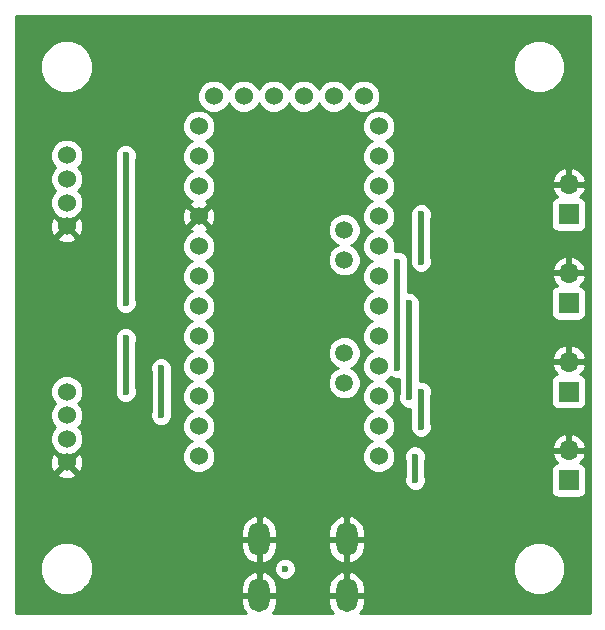
<source format=gbl>
G04 #@! TF.FileFunction,Copper,L2,Bot,Signal*
%FSLAX46Y46*%
G04 Gerber Fmt 4.6, Leading zero omitted, Abs format (unit mm)*
G04 Created by KiCad (PCBNEW 4.0.7) date 12/17/17 19:14:42*
%MOMM*%
%LPD*%
G01*
G04 APERTURE LIST*
%ADD10C,0.100000*%
%ADD11C,1.524000*%
%ADD12R,1.700000X1.700000*%
%ADD13O,1.700000X1.700000*%
%ADD14O,1.800000X2.900000*%
%ADD15C,1.500000*%
%ADD16C,0.600000*%
%ADD17C,0.500000*%
%ADD18C,0.254000*%
G04 APERTURE END LIST*
D10*
D11*
X55000000Y-62500000D03*
X55000000Y-64500000D03*
X55000000Y-66500000D03*
X55000000Y-68500000D03*
X55000000Y-82500000D03*
X55000000Y-84500000D03*
X55000000Y-86500000D03*
X55000000Y-88500000D03*
D12*
X97500000Y-67500000D03*
D13*
X97500000Y-64960000D03*
D12*
X97500000Y-75000000D03*
D13*
X97500000Y-72460000D03*
D12*
X97500000Y-82500000D03*
D13*
X97500000Y-79960000D03*
D12*
X97500000Y-90000000D03*
D13*
X97500000Y-87460000D03*
D14*
X71300000Y-95000000D03*
X78700000Y-95000000D03*
X78700000Y-99750000D03*
X71300000Y-99750000D03*
D11*
X67460000Y-57500000D03*
X70000000Y-57500000D03*
X72540000Y-57500000D03*
X75080000Y-57500000D03*
X77620000Y-57500000D03*
X80160000Y-57500000D03*
X66190000Y-60040000D03*
X66190000Y-62580000D03*
X66190000Y-65120000D03*
X66190000Y-67660000D03*
X66190000Y-70200000D03*
X66190000Y-72740000D03*
X66190000Y-75280000D03*
X66190000Y-77820000D03*
X66190000Y-80360000D03*
X66190000Y-82900000D03*
X66190000Y-85440000D03*
X66190000Y-87980000D03*
X81430000Y-60040000D03*
X81430000Y-62580000D03*
X81430000Y-65120000D03*
X81430000Y-67660000D03*
X81430000Y-70200000D03*
X81430000Y-72740000D03*
X81430000Y-75280000D03*
X81430000Y-77820000D03*
X81430000Y-80360000D03*
X81430000Y-82900000D03*
X81430000Y-85440000D03*
X81430000Y-87980000D03*
D15*
X78509000Y-68803000D03*
X78509000Y-71343000D03*
X78509000Y-79217000D03*
X78509000Y-81757000D03*
D16*
X60000000Y-75000000D03*
X60000000Y-62500000D03*
X73500000Y-97500000D03*
X76500000Y-97500000D03*
X60000000Y-78000000D03*
X60000000Y-82500000D03*
X63000000Y-80500000D03*
X63000000Y-84500000D03*
X83000000Y-80500000D03*
X83000000Y-71500000D03*
X85000000Y-71500000D03*
X85000000Y-67500000D03*
X84000000Y-83000000D03*
X84000000Y-75000000D03*
X85000000Y-85500000D03*
X85000000Y-82500000D03*
X84500000Y-88000000D03*
X84500000Y-90000000D03*
D17*
X60000000Y-62500000D02*
X60000000Y-75000000D01*
X60000000Y-82500000D02*
X60000000Y-78000000D01*
X63000000Y-84500000D02*
X63000000Y-80500000D01*
X83000000Y-71500000D02*
X83000000Y-80500000D01*
X85000000Y-67500000D02*
X85000000Y-71500000D01*
X84000000Y-75000000D02*
X84000000Y-83000000D01*
X85000000Y-82500000D02*
X85000000Y-85500000D01*
X84500000Y-90000000D02*
X84500000Y-88000000D01*
D18*
G36*
X99290000Y-101290000D02*
X79842823Y-101290000D01*
X80069554Y-101004752D01*
X80235000Y-100427000D01*
X80235000Y-99877000D01*
X78827000Y-99877000D01*
X78827000Y-99897000D01*
X78573000Y-99897000D01*
X78573000Y-99877000D01*
X77165000Y-99877000D01*
X77165000Y-100427000D01*
X77330446Y-101004752D01*
X77557177Y-101290000D01*
X72442823Y-101290000D01*
X72669554Y-101004752D01*
X72835000Y-100427000D01*
X72835000Y-99877000D01*
X71427000Y-99877000D01*
X71427000Y-99897000D01*
X71173000Y-99897000D01*
X71173000Y-99877000D01*
X69765000Y-99877000D01*
X69765000Y-100427000D01*
X69930446Y-101004752D01*
X70157177Y-101290000D01*
X50710000Y-101290000D01*
X50710000Y-97942619D01*
X52764613Y-97942619D01*
X53104155Y-98764372D01*
X53732321Y-99393636D01*
X54553481Y-99734611D01*
X55442619Y-99735387D01*
X56264372Y-99395845D01*
X56587781Y-99073000D01*
X69765000Y-99073000D01*
X69765000Y-99623000D01*
X71173000Y-99623000D01*
X71173000Y-97829622D01*
X71427000Y-97829622D01*
X71427000Y-99623000D01*
X72835000Y-99623000D01*
X72835000Y-99073000D01*
X77165000Y-99073000D01*
X77165000Y-99623000D01*
X78573000Y-99623000D01*
X78573000Y-97829622D01*
X78827000Y-97829622D01*
X78827000Y-99623000D01*
X80235000Y-99623000D01*
X80235000Y-99073000D01*
X80069554Y-98495248D01*
X79695606Y-98024788D01*
X79547494Y-97942619D01*
X92764613Y-97942619D01*
X93104155Y-98764372D01*
X93732321Y-99393636D01*
X94553481Y-99734611D01*
X95442619Y-99735387D01*
X96264372Y-99395845D01*
X96893636Y-98767679D01*
X97234611Y-97946519D01*
X97235387Y-97057381D01*
X96895845Y-96235628D01*
X96267679Y-95606364D01*
X95446519Y-95265389D01*
X94557381Y-95264613D01*
X93735628Y-95604155D01*
X93106364Y-96232321D01*
X92765389Y-97053481D01*
X92764613Y-97942619D01*
X79547494Y-97942619D01*
X79170086Y-97733244D01*
X79064740Y-97708964D01*
X78827000Y-97829622D01*
X78573000Y-97829622D01*
X78335260Y-97708964D01*
X78229914Y-97733244D01*
X77704394Y-98024788D01*
X77330446Y-98495248D01*
X77165000Y-99073000D01*
X72835000Y-99073000D01*
X72669554Y-98495248D01*
X72295606Y-98024788D01*
X71770086Y-97733244D01*
X71664740Y-97708964D01*
X71427000Y-97829622D01*
X71173000Y-97829622D01*
X70935260Y-97708964D01*
X70829914Y-97733244D01*
X70304394Y-98024788D01*
X69930446Y-98495248D01*
X69765000Y-99073000D01*
X56587781Y-99073000D01*
X56893636Y-98767679D01*
X57234611Y-97946519D01*
X57234839Y-97685167D01*
X72564838Y-97685167D01*
X72706883Y-98028943D01*
X72969673Y-98292192D01*
X73313201Y-98434838D01*
X73685167Y-98435162D01*
X74028943Y-98293117D01*
X74292192Y-98030327D01*
X74434838Y-97686799D01*
X74435162Y-97314833D01*
X74293117Y-96971057D01*
X74030327Y-96707808D01*
X73686799Y-96565162D01*
X73314833Y-96564838D01*
X72971057Y-96706883D01*
X72707808Y-96969673D01*
X72565162Y-97313201D01*
X72564838Y-97685167D01*
X57234839Y-97685167D01*
X57235387Y-97057381D01*
X56895845Y-96235628D01*
X56267679Y-95606364D01*
X55446519Y-95265389D01*
X54557381Y-95264613D01*
X53735628Y-95604155D01*
X53106364Y-96232321D01*
X52765389Y-97053481D01*
X52764613Y-97942619D01*
X50710000Y-97942619D01*
X50710000Y-95127000D01*
X69765000Y-95127000D01*
X69765000Y-95677000D01*
X69930446Y-96254752D01*
X70304394Y-96725212D01*
X70829914Y-97016756D01*
X70935260Y-97041036D01*
X71173000Y-96920378D01*
X71173000Y-95127000D01*
X71427000Y-95127000D01*
X71427000Y-96920378D01*
X71664740Y-97041036D01*
X71770086Y-97016756D01*
X72295606Y-96725212D01*
X72669554Y-96254752D01*
X72835000Y-95677000D01*
X72835000Y-95127000D01*
X77165000Y-95127000D01*
X77165000Y-95677000D01*
X77330446Y-96254752D01*
X77704394Y-96725212D01*
X78229914Y-97016756D01*
X78335260Y-97041036D01*
X78573000Y-96920378D01*
X78573000Y-95127000D01*
X78827000Y-95127000D01*
X78827000Y-96920378D01*
X79064740Y-97041036D01*
X79170086Y-97016756D01*
X79695606Y-96725212D01*
X80069554Y-96254752D01*
X80235000Y-95677000D01*
X80235000Y-95127000D01*
X78827000Y-95127000D01*
X78573000Y-95127000D01*
X77165000Y-95127000D01*
X72835000Y-95127000D01*
X71427000Y-95127000D01*
X71173000Y-95127000D01*
X69765000Y-95127000D01*
X50710000Y-95127000D01*
X50710000Y-94323000D01*
X69765000Y-94323000D01*
X69765000Y-94873000D01*
X71173000Y-94873000D01*
X71173000Y-93079622D01*
X71427000Y-93079622D01*
X71427000Y-94873000D01*
X72835000Y-94873000D01*
X72835000Y-94323000D01*
X77165000Y-94323000D01*
X77165000Y-94873000D01*
X78573000Y-94873000D01*
X78573000Y-93079622D01*
X78827000Y-93079622D01*
X78827000Y-94873000D01*
X80235000Y-94873000D01*
X80235000Y-94323000D01*
X80069554Y-93745248D01*
X79695606Y-93274788D01*
X79170086Y-92983244D01*
X79064740Y-92958964D01*
X78827000Y-93079622D01*
X78573000Y-93079622D01*
X78335260Y-92958964D01*
X78229914Y-92983244D01*
X77704394Y-93274788D01*
X77330446Y-93745248D01*
X77165000Y-94323000D01*
X72835000Y-94323000D01*
X72669554Y-93745248D01*
X72295606Y-93274788D01*
X71770086Y-92983244D01*
X71664740Y-92958964D01*
X71427000Y-93079622D01*
X71173000Y-93079622D01*
X70935260Y-92958964D01*
X70829914Y-92983244D01*
X70304394Y-93274788D01*
X69930446Y-93745248D01*
X69765000Y-94323000D01*
X50710000Y-94323000D01*
X50710000Y-89480213D01*
X54199392Y-89480213D01*
X54268857Y-89722397D01*
X54792302Y-89909144D01*
X55347368Y-89881362D01*
X55731143Y-89722397D01*
X55800608Y-89480213D01*
X55000000Y-88679605D01*
X54199392Y-89480213D01*
X50710000Y-89480213D01*
X50710000Y-88292302D01*
X53590856Y-88292302D01*
X53618638Y-88847368D01*
X53777603Y-89231143D01*
X54019787Y-89300608D01*
X54820395Y-88500000D01*
X55179605Y-88500000D01*
X55980213Y-89300608D01*
X56222397Y-89231143D01*
X56409144Y-88707698D01*
X56381362Y-88152632D01*
X56222397Y-87768857D01*
X55980213Y-87699392D01*
X55179605Y-88500000D01*
X54820395Y-88500000D01*
X54019787Y-87699392D01*
X53777603Y-87768857D01*
X53590856Y-88292302D01*
X50710000Y-88292302D01*
X50710000Y-82776661D01*
X53602758Y-82776661D01*
X53814990Y-83290303D01*
X54024342Y-83500021D01*
X53816371Y-83707630D01*
X53603243Y-84220900D01*
X53602758Y-84776661D01*
X53814990Y-85290303D01*
X54024342Y-85500021D01*
X53816371Y-85707630D01*
X53603243Y-86220900D01*
X53602758Y-86776661D01*
X53814990Y-87290303D01*
X54207630Y-87683629D01*
X54473727Y-87794122D01*
X55000000Y-88320395D01*
X55526302Y-87794093D01*
X55790303Y-87685010D01*
X56183629Y-87292370D01*
X56396757Y-86779100D01*
X56397242Y-86223339D01*
X56185010Y-85709697D01*
X55975658Y-85499979D01*
X56183629Y-85292370D01*
X56396757Y-84779100D01*
X56397242Y-84223339D01*
X56185010Y-83709697D01*
X55975658Y-83499979D01*
X56183629Y-83292370D01*
X56396757Y-82779100D01*
X56397242Y-82223339D01*
X56185010Y-81709697D01*
X55792370Y-81316371D01*
X55279100Y-81103243D01*
X54723339Y-81102758D01*
X54209697Y-81314990D01*
X53816371Y-81707630D01*
X53603243Y-82220900D01*
X53602758Y-82776661D01*
X50710000Y-82776661D01*
X50710000Y-78185167D01*
X59064838Y-78185167D01*
X59115000Y-78306569D01*
X59115000Y-82193178D01*
X59065162Y-82313201D01*
X59064838Y-82685167D01*
X59206883Y-83028943D01*
X59469673Y-83292192D01*
X59813201Y-83434838D01*
X60185167Y-83435162D01*
X60528943Y-83293117D01*
X60792192Y-83030327D01*
X60934838Y-82686799D01*
X60935162Y-82314833D01*
X60885000Y-82193431D01*
X60885000Y-80685167D01*
X62064838Y-80685167D01*
X62115000Y-80806569D01*
X62115000Y-84193178D01*
X62065162Y-84313201D01*
X62064838Y-84685167D01*
X62206883Y-85028943D01*
X62469673Y-85292192D01*
X62813201Y-85434838D01*
X63185167Y-85435162D01*
X63528943Y-85293117D01*
X63792192Y-85030327D01*
X63934838Y-84686799D01*
X63935162Y-84314833D01*
X63885000Y-84193431D01*
X63885000Y-80806822D01*
X63934838Y-80686799D01*
X63935162Y-80314833D01*
X63793117Y-79971057D01*
X63530327Y-79707808D01*
X63186799Y-79565162D01*
X62814833Y-79564838D01*
X62471057Y-79706883D01*
X62207808Y-79969673D01*
X62065162Y-80313201D01*
X62064838Y-80685167D01*
X60885000Y-80685167D01*
X60885000Y-78306822D01*
X60934838Y-78186799D01*
X60935162Y-77814833D01*
X60793117Y-77471057D01*
X60530327Y-77207808D01*
X60186799Y-77065162D01*
X59814833Y-77064838D01*
X59471057Y-77206883D01*
X59207808Y-77469673D01*
X59065162Y-77813201D01*
X59064838Y-78185167D01*
X50710000Y-78185167D01*
X50710000Y-69480213D01*
X54199392Y-69480213D01*
X54268857Y-69722397D01*
X54792302Y-69909144D01*
X55347368Y-69881362D01*
X55731143Y-69722397D01*
X55800608Y-69480213D01*
X55000000Y-68679605D01*
X54199392Y-69480213D01*
X50710000Y-69480213D01*
X50710000Y-68292302D01*
X53590856Y-68292302D01*
X53618638Y-68847368D01*
X53777603Y-69231143D01*
X54019787Y-69300608D01*
X54820395Y-68500000D01*
X55179605Y-68500000D01*
X55980213Y-69300608D01*
X56222397Y-69231143D01*
X56409144Y-68707698D01*
X56381362Y-68152632D01*
X56222397Y-67768857D01*
X55980213Y-67699392D01*
X55179605Y-68500000D01*
X54820395Y-68500000D01*
X54019787Y-67699392D01*
X53777603Y-67768857D01*
X53590856Y-68292302D01*
X50710000Y-68292302D01*
X50710000Y-62776661D01*
X53602758Y-62776661D01*
X53814990Y-63290303D01*
X54024342Y-63500021D01*
X53816371Y-63707630D01*
X53603243Y-64220900D01*
X53602758Y-64776661D01*
X53814990Y-65290303D01*
X54024342Y-65500021D01*
X53816371Y-65707630D01*
X53603243Y-66220900D01*
X53602758Y-66776661D01*
X53814990Y-67290303D01*
X54207630Y-67683629D01*
X54473727Y-67794122D01*
X55000000Y-68320395D01*
X55526302Y-67794093D01*
X55790303Y-67685010D01*
X56183629Y-67292370D01*
X56396757Y-66779100D01*
X56397242Y-66223339D01*
X56185010Y-65709697D01*
X55975658Y-65499979D01*
X56183629Y-65292370D01*
X56396757Y-64779100D01*
X56397242Y-64223339D01*
X56185010Y-63709697D01*
X55975658Y-63499979D01*
X56183629Y-63292370D01*
X56396757Y-62779100D01*
X56396838Y-62685167D01*
X59064838Y-62685167D01*
X59115000Y-62806569D01*
X59115000Y-74693178D01*
X59065162Y-74813201D01*
X59064838Y-75185167D01*
X59206883Y-75528943D01*
X59469673Y-75792192D01*
X59813201Y-75934838D01*
X60185167Y-75935162D01*
X60528943Y-75793117D01*
X60792192Y-75530327D01*
X60934838Y-75186799D01*
X60935162Y-74814833D01*
X60885000Y-74693431D01*
X60885000Y-70476661D01*
X64792758Y-70476661D01*
X65004990Y-70990303D01*
X65397630Y-71383629D01*
X65605512Y-71469949D01*
X65399697Y-71554990D01*
X65006371Y-71947630D01*
X64793243Y-72460900D01*
X64792758Y-73016661D01*
X65004990Y-73530303D01*
X65397630Y-73923629D01*
X65605512Y-74009949D01*
X65399697Y-74094990D01*
X65006371Y-74487630D01*
X64793243Y-75000900D01*
X64792758Y-75556661D01*
X65004990Y-76070303D01*
X65397630Y-76463629D01*
X65605512Y-76549949D01*
X65399697Y-76634990D01*
X65006371Y-77027630D01*
X64793243Y-77540900D01*
X64792758Y-78096661D01*
X65004990Y-78610303D01*
X65397630Y-79003629D01*
X65605512Y-79089949D01*
X65399697Y-79174990D01*
X65006371Y-79567630D01*
X64793243Y-80080900D01*
X64792758Y-80636661D01*
X65004990Y-81150303D01*
X65397630Y-81543629D01*
X65605512Y-81629949D01*
X65399697Y-81714990D01*
X65006371Y-82107630D01*
X64793243Y-82620900D01*
X64792758Y-83176661D01*
X65004990Y-83690303D01*
X65397630Y-84083629D01*
X65605512Y-84169949D01*
X65399697Y-84254990D01*
X65006371Y-84647630D01*
X64793243Y-85160900D01*
X64792758Y-85716661D01*
X65004990Y-86230303D01*
X65397630Y-86623629D01*
X65605512Y-86709949D01*
X65399697Y-86794990D01*
X65006371Y-87187630D01*
X64793243Y-87700900D01*
X64792758Y-88256661D01*
X65004990Y-88770303D01*
X65397630Y-89163629D01*
X65910900Y-89376757D01*
X66466661Y-89377242D01*
X66980303Y-89165010D01*
X67373629Y-88772370D01*
X67586757Y-88259100D01*
X67587242Y-87703339D01*
X67375010Y-87189697D01*
X66982370Y-86796371D01*
X66774488Y-86710051D01*
X66980303Y-86625010D01*
X67373629Y-86232370D01*
X67586757Y-85719100D01*
X67587242Y-85163339D01*
X67375010Y-84649697D01*
X66982370Y-84256371D01*
X66774488Y-84170051D01*
X66980303Y-84085010D01*
X67373629Y-83692370D01*
X67586757Y-83179100D01*
X67587242Y-82623339D01*
X67375010Y-82109697D01*
X66982370Y-81716371D01*
X66774488Y-81630051D01*
X66980303Y-81545010D01*
X67373629Y-81152370D01*
X67586757Y-80639100D01*
X67587242Y-80083339D01*
X67375010Y-79569697D01*
X67296735Y-79491285D01*
X77123760Y-79491285D01*
X77334169Y-80000515D01*
X77723436Y-80390461D01*
X77955870Y-80486976D01*
X77725485Y-80582169D01*
X77335539Y-80971436D01*
X77124241Y-81480298D01*
X77123760Y-82031285D01*
X77334169Y-82540515D01*
X77723436Y-82930461D01*
X78232298Y-83141759D01*
X78783285Y-83142240D01*
X79292515Y-82931831D01*
X79682461Y-82542564D01*
X79893759Y-82033702D01*
X79894240Y-81482715D01*
X79683831Y-80973485D01*
X79294564Y-80583539D01*
X79062130Y-80487024D01*
X79292515Y-80391831D01*
X79682461Y-80002564D01*
X79893759Y-79493702D01*
X79894240Y-78942715D01*
X79683831Y-78433485D01*
X79294564Y-78043539D01*
X78785702Y-77832241D01*
X78234715Y-77831760D01*
X77725485Y-78042169D01*
X77335539Y-78431436D01*
X77124241Y-78940298D01*
X77123760Y-79491285D01*
X67296735Y-79491285D01*
X66982370Y-79176371D01*
X66774488Y-79090051D01*
X66980303Y-79005010D01*
X67373629Y-78612370D01*
X67586757Y-78099100D01*
X67587242Y-77543339D01*
X67375010Y-77029697D01*
X66982370Y-76636371D01*
X66774488Y-76550051D01*
X66980303Y-76465010D01*
X67373629Y-76072370D01*
X67586757Y-75559100D01*
X67587242Y-75003339D01*
X67375010Y-74489697D01*
X66982370Y-74096371D01*
X66774488Y-74010051D01*
X66980303Y-73925010D01*
X67373629Y-73532370D01*
X67586757Y-73019100D01*
X67587242Y-72463339D01*
X67375010Y-71949697D01*
X66982370Y-71556371D01*
X66774488Y-71470051D01*
X66980303Y-71385010D01*
X67373629Y-70992370D01*
X67586757Y-70479100D01*
X67587242Y-69923339D01*
X67375010Y-69409697D01*
X67043178Y-69077285D01*
X77123760Y-69077285D01*
X77334169Y-69586515D01*
X77723436Y-69976461D01*
X77955870Y-70072976D01*
X77725485Y-70168169D01*
X77335539Y-70557436D01*
X77124241Y-71066298D01*
X77123760Y-71617285D01*
X77334169Y-72126515D01*
X77723436Y-72516461D01*
X78232298Y-72727759D01*
X78783285Y-72728240D01*
X79292515Y-72517831D01*
X79682461Y-72128564D01*
X79893759Y-71619702D01*
X79894240Y-71068715D01*
X79683831Y-70559485D01*
X79294564Y-70169539D01*
X79062130Y-70073024D01*
X79292515Y-69977831D01*
X79682461Y-69588564D01*
X79893759Y-69079702D01*
X79894240Y-68528715D01*
X79683831Y-68019485D01*
X79294564Y-67629539D01*
X78785702Y-67418241D01*
X78234715Y-67417760D01*
X77725485Y-67628169D01*
X77335539Y-68017436D01*
X77124241Y-68526298D01*
X77123760Y-69077285D01*
X67043178Y-69077285D01*
X66982370Y-69016371D01*
X66790273Y-68936605D01*
X66921143Y-68882397D01*
X66990608Y-68640213D01*
X66190000Y-67839605D01*
X65389392Y-68640213D01*
X65458857Y-68882397D01*
X65599318Y-68932509D01*
X65399697Y-69014990D01*
X65006371Y-69407630D01*
X64793243Y-69920900D01*
X64792758Y-70476661D01*
X60885000Y-70476661D01*
X60885000Y-67452302D01*
X64780856Y-67452302D01*
X64808638Y-68007368D01*
X64967603Y-68391143D01*
X65209787Y-68460608D01*
X66010395Y-67660000D01*
X66369605Y-67660000D01*
X67170213Y-68460608D01*
X67412397Y-68391143D01*
X67599144Y-67867698D01*
X67571362Y-67312632D01*
X67412397Y-66928857D01*
X67170213Y-66859392D01*
X66369605Y-67660000D01*
X66010395Y-67660000D01*
X65209787Y-66859392D01*
X64967603Y-66928857D01*
X64780856Y-67452302D01*
X60885000Y-67452302D01*
X60885000Y-62806822D01*
X60934838Y-62686799D01*
X60935162Y-62314833D01*
X60793117Y-61971057D01*
X60530327Y-61707808D01*
X60186799Y-61565162D01*
X59814833Y-61564838D01*
X59471057Y-61706883D01*
X59207808Y-61969673D01*
X59065162Y-62313201D01*
X59064838Y-62685167D01*
X56396838Y-62685167D01*
X56397242Y-62223339D01*
X56185010Y-61709697D01*
X55792370Y-61316371D01*
X55279100Y-61103243D01*
X54723339Y-61102758D01*
X54209697Y-61314990D01*
X53816371Y-61707630D01*
X53603243Y-62220900D01*
X53602758Y-62776661D01*
X50710000Y-62776661D01*
X50710000Y-60316661D01*
X64792758Y-60316661D01*
X65004990Y-60830303D01*
X65397630Y-61223629D01*
X65605512Y-61309949D01*
X65399697Y-61394990D01*
X65006371Y-61787630D01*
X64793243Y-62300900D01*
X64792758Y-62856661D01*
X65004990Y-63370303D01*
X65397630Y-63763629D01*
X65605512Y-63849949D01*
X65399697Y-63934990D01*
X65006371Y-64327630D01*
X64793243Y-64840900D01*
X64792758Y-65396661D01*
X65004990Y-65910303D01*
X65397630Y-66303629D01*
X65589727Y-66383395D01*
X65458857Y-66437603D01*
X65389392Y-66679787D01*
X66190000Y-67480395D01*
X66990608Y-66679787D01*
X66921143Y-66437603D01*
X66780682Y-66387491D01*
X66980303Y-66305010D01*
X67373629Y-65912370D01*
X67586757Y-65399100D01*
X67587242Y-64843339D01*
X67375010Y-64329697D01*
X66982370Y-63936371D01*
X66774488Y-63850051D01*
X66980303Y-63765010D01*
X67373629Y-63372370D01*
X67586757Y-62859100D01*
X67587242Y-62303339D01*
X67375010Y-61789697D01*
X66982370Y-61396371D01*
X66774488Y-61310051D01*
X66980303Y-61225010D01*
X67373629Y-60832370D01*
X67586757Y-60319100D01*
X67586759Y-60316661D01*
X80032758Y-60316661D01*
X80244990Y-60830303D01*
X80637630Y-61223629D01*
X80845512Y-61309949D01*
X80639697Y-61394990D01*
X80246371Y-61787630D01*
X80033243Y-62300900D01*
X80032758Y-62856661D01*
X80244990Y-63370303D01*
X80637630Y-63763629D01*
X80845512Y-63849949D01*
X80639697Y-63934990D01*
X80246371Y-64327630D01*
X80033243Y-64840900D01*
X80032758Y-65396661D01*
X80244990Y-65910303D01*
X80637630Y-66303629D01*
X80845512Y-66389949D01*
X80639697Y-66474990D01*
X80246371Y-66867630D01*
X80033243Y-67380900D01*
X80032758Y-67936661D01*
X80244990Y-68450303D01*
X80637630Y-68843629D01*
X80845512Y-68929949D01*
X80639697Y-69014990D01*
X80246371Y-69407630D01*
X80033243Y-69920900D01*
X80032758Y-70476661D01*
X80244990Y-70990303D01*
X80637630Y-71383629D01*
X80845512Y-71469949D01*
X80639697Y-71554990D01*
X80246371Y-71947630D01*
X80033243Y-72460900D01*
X80032758Y-73016661D01*
X80244990Y-73530303D01*
X80637630Y-73923629D01*
X80845512Y-74009949D01*
X80639697Y-74094990D01*
X80246371Y-74487630D01*
X80033243Y-75000900D01*
X80032758Y-75556661D01*
X80244990Y-76070303D01*
X80637630Y-76463629D01*
X80845512Y-76549949D01*
X80639697Y-76634990D01*
X80246371Y-77027630D01*
X80033243Y-77540900D01*
X80032758Y-78096661D01*
X80244990Y-78610303D01*
X80637630Y-79003629D01*
X80845512Y-79089949D01*
X80639697Y-79174990D01*
X80246371Y-79567630D01*
X80033243Y-80080900D01*
X80032758Y-80636661D01*
X80244990Y-81150303D01*
X80637630Y-81543629D01*
X80845512Y-81629949D01*
X80639697Y-81714990D01*
X80246371Y-82107630D01*
X80033243Y-82620900D01*
X80032758Y-83176661D01*
X80244990Y-83690303D01*
X80637630Y-84083629D01*
X80845512Y-84169949D01*
X80639697Y-84254990D01*
X80246371Y-84647630D01*
X80033243Y-85160900D01*
X80032758Y-85716661D01*
X80244990Y-86230303D01*
X80637630Y-86623629D01*
X80845512Y-86709949D01*
X80639697Y-86794990D01*
X80246371Y-87187630D01*
X80033243Y-87700900D01*
X80032758Y-88256661D01*
X80244990Y-88770303D01*
X80637630Y-89163629D01*
X81150900Y-89376757D01*
X81706661Y-89377242D01*
X82220303Y-89165010D01*
X82613629Y-88772370D01*
X82826757Y-88259100D01*
X82826821Y-88185167D01*
X83564838Y-88185167D01*
X83615000Y-88306569D01*
X83615000Y-89693178D01*
X83565162Y-89813201D01*
X83564838Y-90185167D01*
X83706883Y-90528943D01*
X83969673Y-90792192D01*
X84313201Y-90934838D01*
X84685167Y-90935162D01*
X85028943Y-90793117D01*
X85292192Y-90530327D01*
X85434838Y-90186799D01*
X85435162Y-89814833D01*
X85385000Y-89693431D01*
X85385000Y-89150000D01*
X96002560Y-89150000D01*
X96002560Y-90850000D01*
X96046838Y-91085317D01*
X96185910Y-91301441D01*
X96398110Y-91446431D01*
X96650000Y-91497440D01*
X98350000Y-91497440D01*
X98585317Y-91453162D01*
X98801441Y-91314090D01*
X98946431Y-91101890D01*
X98997440Y-90850000D01*
X98997440Y-89150000D01*
X98953162Y-88914683D01*
X98814090Y-88698559D01*
X98601890Y-88553569D01*
X98493893Y-88531699D01*
X98771645Y-88226924D01*
X98941476Y-87816890D01*
X98820155Y-87587000D01*
X97627000Y-87587000D01*
X97627000Y-87607000D01*
X97373000Y-87607000D01*
X97373000Y-87587000D01*
X96179845Y-87587000D01*
X96058524Y-87816890D01*
X96228355Y-88226924D01*
X96504501Y-88529937D01*
X96414683Y-88546838D01*
X96198559Y-88685910D01*
X96053569Y-88898110D01*
X96002560Y-89150000D01*
X85385000Y-89150000D01*
X85385000Y-88306822D01*
X85434838Y-88186799D01*
X85435162Y-87814833D01*
X85293117Y-87471057D01*
X85030327Y-87207808D01*
X84778188Y-87103110D01*
X96058524Y-87103110D01*
X96179845Y-87333000D01*
X97373000Y-87333000D01*
X97373000Y-86139181D01*
X97627000Y-86139181D01*
X97627000Y-87333000D01*
X98820155Y-87333000D01*
X98941476Y-87103110D01*
X98771645Y-86693076D01*
X98381358Y-86264817D01*
X97856892Y-86018514D01*
X97627000Y-86139181D01*
X97373000Y-86139181D01*
X97143108Y-86018514D01*
X96618642Y-86264817D01*
X96228355Y-86693076D01*
X96058524Y-87103110D01*
X84778188Y-87103110D01*
X84686799Y-87065162D01*
X84314833Y-87064838D01*
X83971057Y-87206883D01*
X83707808Y-87469673D01*
X83565162Y-87813201D01*
X83564838Y-88185167D01*
X82826821Y-88185167D01*
X82827242Y-87703339D01*
X82615010Y-87189697D01*
X82222370Y-86796371D01*
X82014488Y-86710051D01*
X82220303Y-86625010D01*
X82613629Y-86232370D01*
X82826757Y-85719100D01*
X82827242Y-85163339D01*
X82615010Y-84649697D01*
X82222370Y-84256371D01*
X82014488Y-84170051D01*
X82220303Y-84085010D01*
X82613629Y-83692370D01*
X82826757Y-83179100D01*
X82827242Y-82623339D01*
X82615010Y-82109697D01*
X82222370Y-81716371D01*
X82014488Y-81630051D01*
X82220303Y-81545010D01*
X82472420Y-81293333D01*
X82813201Y-81434838D01*
X83115000Y-81435101D01*
X83115000Y-82693178D01*
X83065162Y-82813201D01*
X83064838Y-83185167D01*
X83206883Y-83528943D01*
X83469673Y-83792192D01*
X83813201Y-83934838D01*
X84115000Y-83935101D01*
X84115000Y-85193178D01*
X84065162Y-85313201D01*
X84064838Y-85685167D01*
X84206883Y-86028943D01*
X84469673Y-86292192D01*
X84813201Y-86434838D01*
X85185167Y-86435162D01*
X85528943Y-86293117D01*
X85792192Y-86030327D01*
X85934838Y-85686799D01*
X85935162Y-85314833D01*
X85885000Y-85193431D01*
X85885000Y-82806822D01*
X85934838Y-82686799D01*
X85935162Y-82314833D01*
X85793117Y-81971057D01*
X85530327Y-81707808D01*
X85391111Y-81650000D01*
X96002560Y-81650000D01*
X96002560Y-83350000D01*
X96046838Y-83585317D01*
X96185910Y-83801441D01*
X96398110Y-83946431D01*
X96650000Y-83997440D01*
X98350000Y-83997440D01*
X98585317Y-83953162D01*
X98801441Y-83814090D01*
X98946431Y-83601890D01*
X98997440Y-83350000D01*
X98997440Y-81650000D01*
X98953162Y-81414683D01*
X98814090Y-81198559D01*
X98601890Y-81053569D01*
X98493893Y-81031699D01*
X98771645Y-80726924D01*
X98941476Y-80316890D01*
X98820155Y-80087000D01*
X97627000Y-80087000D01*
X97627000Y-80107000D01*
X97373000Y-80107000D01*
X97373000Y-80087000D01*
X96179845Y-80087000D01*
X96058524Y-80316890D01*
X96228355Y-80726924D01*
X96504501Y-81029937D01*
X96414683Y-81046838D01*
X96198559Y-81185910D01*
X96053569Y-81398110D01*
X96002560Y-81650000D01*
X85391111Y-81650000D01*
X85186799Y-81565162D01*
X84885000Y-81564899D01*
X84885000Y-79603110D01*
X96058524Y-79603110D01*
X96179845Y-79833000D01*
X97373000Y-79833000D01*
X97373000Y-78639181D01*
X97627000Y-78639181D01*
X97627000Y-79833000D01*
X98820155Y-79833000D01*
X98941476Y-79603110D01*
X98771645Y-79193076D01*
X98381358Y-78764817D01*
X97856892Y-78518514D01*
X97627000Y-78639181D01*
X97373000Y-78639181D01*
X97143108Y-78518514D01*
X96618642Y-78764817D01*
X96228355Y-79193076D01*
X96058524Y-79603110D01*
X84885000Y-79603110D01*
X84885000Y-75306822D01*
X84934838Y-75186799D01*
X84935162Y-74814833D01*
X84793117Y-74471057D01*
X84530327Y-74207808D01*
X84391111Y-74150000D01*
X96002560Y-74150000D01*
X96002560Y-75850000D01*
X96046838Y-76085317D01*
X96185910Y-76301441D01*
X96398110Y-76446431D01*
X96650000Y-76497440D01*
X98350000Y-76497440D01*
X98585317Y-76453162D01*
X98801441Y-76314090D01*
X98946431Y-76101890D01*
X98997440Y-75850000D01*
X98997440Y-74150000D01*
X98953162Y-73914683D01*
X98814090Y-73698559D01*
X98601890Y-73553569D01*
X98493893Y-73531699D01*
X98771645Y-73226924D01*
X98941476Y-72816890D01*
X98820155Y-72587000D01*
X97627000Y-72587000D01*
X97627000Y-72607000D01*
X97373000Y-72607000D01*
X97373000Y-72587000D01*
X96179845Y-72587000D01*
X96058524Y-72816890D01*
X96228355Y-73226924D01*
X96504501Y-73529937D01*
X96414683Y-73546838D01*
X96198559Y-73685910D01*
X96053569Y-73898110D01*
X96002560Y-74150000D01*
X84391111Y-74150000D01*
X84186799Y-74065162D01*
X83885000Y-74064899D01*
X83885000Y-71806822D01*
X83934838Y-71686799D01*
X83935162Y-71314833D01*
X83793117Y-70971057D01*
X83530327Y-70707808D01*
X83186799Y-70565162D01*
X82814833Y-70564838D01*
X82786252Y-70576647D01*
X82826757Y-70479100D01*
X82827242Y-69923339D01*
X82615010Y-69409697D01*
X82222370Y-69016371D01*
X82014488Y-68930051D01*
X82220303Y-68845010D01*
X82613629Y-68452370D01*
X82826757Y-67939100D01*
X82826978Y-67685167D01*
X84064838Y-67685167D01*
X84115000Y-67806569D01*
X84115000Y-71193178D01*
X84065162Y-71313201D01*
X84064838Y-71685167D01*
X84206883Y-72028943D01*
X84469673Y-72292192D01*
X84813201Y-72434838D01*
X85185167Y-72435162D01*
X85528943Y-72293117D01*
X85719281Y-72103110D01*
X96058524Y-72103110D01*
X96179845Y-72333000D01*
X97373000Y-72333000D01*
X97373000Y-71139181D01*
X97627000Y-71139181D01*
X97627000Y-72333000D01*
X98820155Y-72333000D01*
X98941476Y-72103110D01*
X98771645Y-71693076D01*
X98381358Y-71264817D01*
X97856892Y-71018514D01*
X97627000Y-71139181D01*
X97373000Y-71139181D01*
X97143108Y-71018514D01*
X96618642Y-71264817D01*
X96228355Y-71693076D01*
X96058524Y-72103110D01*
X85719281Y-72103110D01*
X85792192Y-72030327D01*
X85934838Y-71686799D01*
X85935162Y-71314833D01*
X85885000Y-71193431D01*
X85885000Y-67806822D01*
X85934838Y-67686799D01*
X85935162Y-67314833D01*
X85793117Y-66971057D01*
X85530327Y-66707808D01*
X85391111Y-66650000D01*
X96002560Y-66650000D01*
X96002560Y-68350000D01*
X96046838Y-68585317D01*
X96185910Y-68801441D01*
X96398110Y-68946431D01*
X96650000Y-68997440D01*
X98350000Y-68997440D01*
X98585317Y-68953162D01*
X98801441Y-68814090D01*
X98946431Y-68601890D01*
X98997440Y-68350000D01*
X98997440Y-66650000D01*
X98953162Y-66414683D01*
X98814090Y-66198559D01*
X98601890Y-66053569D01*
X98493893Y-66031699D01*
X98771645Y-65726924D01*
X98941476Y-65316890D01*
X98820155Y-65087000D01*
X97627000Y-65087000D01*
X97627000Y-65107000D01*
X97373000Y-65107000D01*
X97373000Y-65087000D01*
X96179845Y-65087000D01*
X96058524Y-65316890D01*
X96228355Y-65726924D01*
X96504501Y-66029937D01*
X96414683Y-66046838D01*
X96198559Y-66185910D01*
X96053569Y-66398110D01*
X96002560Y-66650000D01*
X85391111Y-66650000D01*
X85186799Y-66565162D01*
X84814833Y-66564838D01*
X84471057Y-66706883D01*
X84207808Y-66969673D01*
X84065162Y-67313201D01*
X84064838Y-67685167D01*
X82826978Y-67685167D01*
X82827242Y-67383339D01*
X82615010Y-66869697D01*
X82222370Y-66476371D01*
X82014488Y-66390051D01*
X82220303Y-66305010D01*
X82613629Y-65912370D01*
X82826757Y-65399100D01*
X82827242Y-64843339D01*
X82727982Y-64603110D01*
X96058524Y-64603110D01*
X96179845Y-64833000D01*
X97373000Y-64833000D01*
X97373000Y-63639181D01*
X97627000Y-63639181D01*
X97627000Y-64833000D01*
X98820155Y-64833000D01*
X98941476Y-64603110D01*
X98771645Y-64193076D01*
X98381358Y-63764817D01*
X97856892Y-63518514D01*
X97627000Y-63639181D01*
X97373000Y-63639181D01*
X97143108Y-63518514D01*
X96618642Y-63764817D01*
X96228355Y-64193076D01*
X96058524Y-64603110D01*
X82727982Y-64603110D01*
X82615010Y-64329697D01*
X82222370Y-63936371D01*
X82014488Y-63850051D01*
X82220303Y-63765010D01*
X82613629Y-63372370D01*
X82826757Y-62859100D01*
X82827242Y-62303339D01*
X82615010Y-61789697D01*
X82222370Y-61396371D01*
X82014488Y-61310051D01*
X82220303Y-61225010D01*
X82613629Y-60832370D01*
X82826757Y-60319100D01*
X82827242Y-59763339D01*
X82615010Y-59249697D01*
X82222370Y-58856371D01*
X81709100Y-58643243D01*
X81153339Y-58642758D01*
X80639697Y-58854990D01*
X80246371Y-59247630D01*
X80033243Y-59760900D01*
X80032758Y-60316661D01*
X67586759Y-60316661D01*
X67587242Y-59763339D01*
X67375010Y-59249697D01*
X66982370Y-58856371D01*
X66469100Y-58643243D01*
X65913339Y-58642758D01*
X65399697Y-58854990D01*
X65006371Y-59247630D01*
X64793243Y-59760900D01*
X64792758Y-60316661D01*
X50710000Y-60316661D01*
X50710000Y-57776661D01*
X66062758Y-57776661D01*
X66274990Y-58290303D01*
X66667630Y-58683629D01*
X67180900Y-58896757D01*
X67736661Y-58897242D01*
X68250303Y-58685010D01*
X68643629Y-58292370D01*
X68729949Y-58084488D01*
X68814990Y-58290303D01*
X69207630Y-58683629D01*
X69720900Y-58896757D01*
X70276661Y-58897242D01*
X70790303Y-58685010D01*
X71183629Y-58292370D01*
X71269949Y-58084488D01*
X71354990Y-58290303D01*
X71747630Y-58683629D01*
X72260900Y-58896757D01*
X72816661Y-58897242D01*
X73330303Y-58685010D01*
X73723629Y-58292370D01*
X73809949Y-58084488D01*
X73894990Y-58290303D01*
X74287630Y-58683629D01*
X74800900Y-58896757D01*
X75356661Y-58897242D01*
X75870303Y-58685010D01*
X76263629Y-58292370D01*
X76349949Y-58084488D01*
X76434990Y-58290303D01*
X76827630Y-58683629D01*
X77340900Y-58896757D01*
X77896661Y-58897242D01*
X78410303Y-58685010D01*
X78803629Y-58292370D01*
X78889949Y-58084488D01*
X78974990Y-58290303D01*
X79367630Y-58683629D01*
X79880900Y-58896757D01*
X80436661Y-58897242D01*
X80950303Y-58685010D01*
X81343629Y-58292370D01*
X81556757Y-57779100D01*
X81557242Y-57223339D01*
X81345010Y-56709697D01*
X80952370Y-56316371D01*
X80439100Y-56103243D01*
X79883339Y-56102758D01*
X79369697Y-56314990D01*
X78976371Y-56707630D01*
X78890051Y-56915512D01*
X78805010Y-56709697D01*
X78412370Y-56316371D01*
X77899100Y-56103243D01*
X77343339Y-56102758D01*
X76829697Y-56314990D01*
X76436371Y-56707630D01*
X76350051Y-56915512D01*
X76265010Y-56709697D01*
X75872370Y-56316371D01*
X75359100Y-56103243D01*
X74803339Y-56102758D01*
X74289697Y-56314990D01*
X73896371Y-56707630D01*
X73810051Y-56915512D01*
X73725010Y-56709697D01*
X73332370Y-56316371D01*
X72819100Y-56103243D01*
X72263339Y-56102758D01*
X71749697Y-56314990D01*
X71356371Y-56707630D01*
X71270051Y-56915512D01*
X71185010Y-56709697D01*
X70792370Y-56316371D01*
X70279100Y-56103243D01*
X69723339Y-56102758D01*
X69209697Y-56314990D01*
X68816371Y-56707630D01*
X68730051Y-56915512D01*
X68645010Y-56709697D01*
X68252370Y-56316371D01*
X67739100Y-56103243D01*
X67183339Y-56102758D01*
X66669697Y-56314990D01*
X66276371Y-56707630D01*
X66063243Y-57220900D01*
X66062758Y-57776661D01*
X50710000Y-57776661D01*
X50710000Y-55442619D01*
X52764613Y-55442619D01*
X53104155Y-56264372D01*
X53732321Y-56893636D01*
X54553481Y-57234611D01*
X55442619Y-57235387D01*
X56264372Y-56895845D01*
X56893636Y-56267679D01*
X57234611Y-55446519D01*
X57234614Y-55442619D01*
X92764613Y-55442619D01*
X93104155Y-56264372D01*
X93732321Y-56893636D01*
X94553481Y-57234611D01*
X95442619Y-57235387D01*
X96264372Y-56895845D01*
X96893636Y-56267679D01*
X97234611Y-55446519D01*
X97235387Y-54557381D01*
X96895845Y-53735628D01*
X96267679Y-53106364D01*
X95446519Y-52765389D01*
X94557381Y-52764613D01*
X93735628Y-53104155D01*
X93106364Y-53732321D01*
X92765389Y-54553481D01*
X92764613Y-55442619D01*
X57234614Y-55442619D01*
X57235387Y-54557381D01*
X56895845Y-53735628D01*
X56267679Y-53106364D01*
X55446519Y-52765389D01*
X54557381Y-52764613D01*
X53735628Y-53104155D01*
X53106364Y-53732321D01*
X52765389Y-54553481D01*
X52764613Y-55442619D01*
X50710000Y-55442619D01*
X50710000Y-50710000D01*
X99290000Y-50710000D01*
X99290000Y-101290000D01*
X99290000Y-101290000D01*
G37*
X99290000Y-101290000D02*
X79842823Y-101290000D01*
X80069554Y-101004752D01*
X80235000Y-100427000D01*
X80235000Y-99877000D01*
X78827000Y-99877000D01*
X78827000Y-99897000D01*
X78573000Y-99897000D01*
X78573000Y-99877000D01*
X77165000Y-99877000D01*
X77165000Y-100427000D01*
X77330446Y-101004752D01*
X77557177Y-101290000D01*
X72442823Y-101290000D01*
X72669554Y-101004752D01*
X72835000Y-100427000D01*
X72835000Y-99877000D01*
X71427000Y-99877000D01*
X71427000Y-99897000D01*
X71173000Y-99897000D01*
X71173000Y-99877000D01*
X69765000Y-99877000D01*
X69765000Y-100427000D01*
X69930446Y-101004752D01*
X70157177Y-101290000D01*
X50710000Y-101290000D01*
X50710000Y-97942619D01*
X52764613Y-97942619D01*
X53104155Y-98764372D01*
X53732321Y-99393636D01*
X54553481Y-99734611D01*
X55442619Y-99735387D01*
X56264372Y-99395845D01*
X56587781Y-99073000D01*
X69765000Y-99073000D01*
X69765000Y-99623000D01*
X71173000Y-99623000D01*
X71173000Y-97829622D01*
X71427000Y-97829622D01*
X71427000Y-99623000D01*
X72835000Y-99623000D01*
X72835000Y-99073000D01*
X77165000Y-99073000D01*
X77165000Y-99623000D01*
X78573000Y-99623000D01*
X78573000Y-97829622D01*
X78827000Y-97829622D01*
X78827000Y-99623000D01*
X80235000Y-99623000D01*
X80235000Y-99073000D01*
X80069554Y-98495248D01*
X79695606Y-98024788D01*
X79547494Y-97942619D01*
X92764613Y-97942619D01*
X93104155Y-98764372D01*
X93732321Y-99393636D01*
X94553481Y-99734611D01*
X95442619Y-99735387D01*
X96264372Y-99395845D01*
X96893636Y-98767679D01*
X97234611Y-97946519D01*
X97235387Y-97057381D01*
X96895845Y-96235628D01*
X96267679Y-95606364D01*
X95446519Y-95265389D01*
X94557381Y-95264613D01*
X93735628Y-95604155D01*
X93106364Y-96232321D01*
X92765389Y-97053481D01*
X92764613Y-97942619D01*
X79547494Y-97942619D01*
X79170086Y-97733244D01*
X79064740Y-97708964D01*
X78827000Y-97829622D01*
X78573000Y-97829622D01*
X78335260Y-97708964D01*
X78229914Y-97733244D01*
X77704394Y-98024788D01*
X77330446Y-98495248D01*
X77165000Y-99073000D01*
X72835000Y-99073000D01*
X72669554Y-98495248D01*
X72295606Y-98024788D01*
X71770086Y-97733244D01*
X71664740Y-97708964D01*
X71427000Y-97829622D01*
X71173000Y-97829622D01*
X70935260Y-97708964D01*
X70829914Y-97733244D01*
X70304394Y-98024788D01*
X69930446Y-98495248D01*
X69765000Y-99073000D01*
X56587781Y-99073000D01*
X56893636Y-98767679D01*
X57234611Y-97946519D01*
X57234839Y-97685167D01*
X72564838Y-97685167D01*
X72706883Y-98028943D01*
X72969673Y-98292192D01*
X73313201Y-98434838D01*
X73685167Y-98435162D01*
X74028943Y-98293117D01*
X74292192Y-98030327D01*
X74434838Y-97686799D01*
X74435162Y-97314833D01*
X74293117Y-96971057D01*
X74030327Y-96707808D01*
X73686799Y-96565162D01*
X73314833Y-96564838D01*
X72971057Y-96706883D01*
X72707808Y-96969673D01*
X72565162Y-97313201D01*
X72564838Y-97685167D01*
X57234839Y-97685167D01*
X57235387Y-97057381D01*
X56895845Y-96235628D01*
X56267679Y-95606364D01*
X55446519Y-95265389D01*
X54557381Y-95264613D01*
X53735628Y-95604155D01*
X53106364Y-96232321D01*
X52765389Y-97053481D01*
X52764613Y-97942619D01*
X50710000Y-97942619D01*
X50710000Y-95127000D01*
X69765000Y-95127000D01*
X69765000Y-95677000D01*
X69930446Y-96254752D01*
X70304394Y-96725212D01*
X70829914Y-97016756D01*
X70935260Y-97041036D01*
X71173000Y-96920378D01*
X71173000Y-95127000D01*
X71427000Y-95127000D01*
X71427000Y-96920378D01*
X71664740Y-97041036D01*
X71770086Y-97016756D01*
X72295606Y-96725212D01*
X72669554Y-96254752D01*
X72835000Y-95677000D01*
X72835000Y-95127000D01*
X77165000Y-95127000D01*
X77165000Y-95677000D01*
X77330446Y-96254752D01*
X77704394Y-96725212D01*
X78229914Y-97016756D01*
X78335260Y-97041036D01*
X78573000Y-96920378D01*
X78573000Y-95127000D01*
X78827000Y-95127000D01*
X78827000Y-96920378D01*
X79064740Y-97041036D01*
X79170086Y-97016756D01*
X79695606Y-96725212D01*
X80069554Y-96254752D01*
X80235000Y-95677000D01*
X80235000Y-95127000D01*
X78827000Y-95127000D01*
X78573000Y-95127000D01*
X77165000Y-95127000D01*
X72835000Y-95127000D01*
X71427000Y-95127000D01*
X71173000Y-95127000D01*
X69765000Y-95127000D01*
X50710000Y-95127000D01*
X50710000Y-94323000D01*
X69765000Y-94323000D01*
X69765000Y-94873000D01*
X71173000Y-94873000D01*
X71173000Y-93079622D01*
X71427000Y-93079622D01*
X71427000Y-94873000D01*
X72835000Y-94873000D01*
X72835000Y-94323000D01*
X77165000Y-94323000D01*
X77165000Y-94873000D01*
X78573000Y-94873000D01*
X78573000Y-93079622D01*
X78827000Y-93079622D01*
X78827000Y-94873000D01*
X80235000Y-94873000D01*
X80235000Y-94323000D01*
X80069554Y-93745248D01*
X79695606Y-93274788D01*
X79170086Y-92983244D01*
X79064740Y-92958964D01*
X78827000Y-93079622D01*
X78573000Y-93079622D01*
X78335260Y-92958964D01*
X78229914Y-92983244D01*
X77704394Y-93274788D01*
X77330446Y-93745248D01*
X77165000Y-94323000D01*
X72835000Y-94323000D01*
X72669554Y-93745248D01*
X72295606Y-93274788D01*
X71770086Y-92983244D01*
X71664740Y-92958964D01*
X71427000Y-93079622D01*
X71173000Y-93079622D01*
X70935260Y-92958964D01*
X70829914Y-92983244D01*
X70304394Y-93274788D01*
X69930446Y-93745248D01*
X69765000Y-94323000D01*
X50710000Y-94323000D01*
X50710000Y-89480213D01*
X54199392Y-89480213D01*
X54268857Y-89722397D01*
X54792302Y-89909144D01*
X55347368Y-89881362D01*
X55731143Y-89722397D01*
X55800608Y-89480213D01*
X55000000Y-88679605D01*
X54199392Y-89480213D01*
X50710000Y-89480213D01*
X50710000Y-88292302D01*
X53590856Y-88292302D01*
X53618638Y-88847368D01*
X53777603Y-89231143D01*
X54019787Y-89300608D01*
X54820395Y-88500000D01*
X55179605Y-88500000D01*
X55980213Y-89300608D01*
X56222397Y-89231143D01*
X56409144Y-88707698D01*
X56381362Y-88152632D01*
X56222397Y-87768857D01*
X55980213Y-87699392D01*
X55179605Y-88500000D01*
X54820395Y-88500000D01*
X54019787Y-87699392D01*
X53777603Y-87768857D01*
X53590856Y-88292302D01*
X50710000Y-88292302D01*
X50710000Y-82776661D01*
X53602758Y-82776661D01*
X53814990Y-83290303D01*
X54024342Y-83500021D01*
X53816371Y-83707630D01*
X53603243Y-84220900D01*
X53602758Y-84776661D01*
X53814990Y-85290303D01*
X54024342Y-85500021D01*
X53816371Y-85707630D01*
X53603243Y-86220900D01*
X53602758Y-86776661D01*
X53814990Y-87290303D01*
X54207630Y-87683629D01*
X54473727Y-87794122D01*
X55000000Y-88320395D01*
X55526302Y-87794093D01*
X55790303Y-87685010D01*
X56183629Y-87292370D01*
X56396757Y-86779100D01*
X56397242Y-86223339D01*
X56185010Y-85709697D01*
X55975658Y-85499979D01*
X56183629Y-85292370D01*
X56396757Y-84779100D01*
X56397242Y-84223339D01*
X56185010Y-83709697D01*
X55975658Y-83499979D01*
X56183629Y-83292370D01*
X56396757Y-82779100D01*
X56397242Y-82223339D01*
X56185010Y-81709697D01*
X55792370Y-81316371D01*
X55279100Y-81103243D01*
X54723339Y-81102758D01*
X54209697Y-81314990D01*
X53816371Y-81707630D01*
X53603243Y-82220900D01*
X53602758Y-82776661D01*
X50710000Y-82776661D01*
X50710000Y-78185167D01*
X59064838Y-78185167D01*
X59115000Y-78306569D01*
X59115000Y-82193178D01*
X59065162Y-82313201D01*
X59064838Y-82685167D01*
X59206883Y-83028943D01*
X59469673Y-83292192D01*
X59813201Y-83434838D01*
X60185167Y-83435162D01*
X60528943Y-83293117D01*
X60792192Y-83030327D01*
X60934838Y-82686799D01*
X60935162Y-82314833D01*
X60885000Y-82193431D01*
X60885000Y-80685167D01*
X62064838Y-80685167D01*
X62115000Y-80806569D01*
X62115000Y-84193178D01*
X62065162Y-84313201D01*
X62064838Y-84685167D01*
X62206883Y-85028943D01*
X62469673Y-85292192D01*
X62813201Y-85434838D01*
X63185167Y-85435162D01*
X63528943Y-85293117D01*
X63792192Y-85030327D01*
X63934838Y-84686799D01*
X63935162Y-84314833D01*
X63885000Y-84193431D01*
X63885000Y-80806822D01*
X63934838Y-80686799D01*
X63935162Y-80314833D01*
X63793117Y-79971057D01*
X63530327Y-79707808D01*
X63186799Y-79565162D01*
X62814833Y-79564838D01*
X62471057Y-79706883D01*
X62207808Y-79969673D01*
X62065162Y-80313201D01*
X62064838Y-80685167D01*
X60885000Y-80685167D01*
X60885000Y-78306822D01*
X60934838Y-78186799D01*
X60935162Y-77814833D01*
X60793117Y-77471057D01*
X60530327Y-77207808D01*
X60186799Y-77065162D01*
X59814833Y-77064838D01*
X59471057Y-77206883D01*
X59207808Y-77469673D01*
X59065162Y-77813201D01*
X59064838Y-78185167D01*
X50710000Y-78185167D01*
X50710000Y-69480213D01*
X54199392Y-69480213D01*
X54268857Y-69722397D01*
X54792302Y-69909144D01*
X55347368Y-69881362D01*
X55731143Y-69722397D01*
X55800608Y-69480213D01*
X55000000Y-68679605D01*
X54199392Y-69480213D01*
X50710000Y-69480213D01*
X50710000Y-68292302D01*
X53590856Y-68292302D01*
X53618638Y-68847368D01*
X53777603Y-69231143D01*
X54019787Y-69300608D01*
X54820395Y-68500000D01*
X55179605Y-68500000D01*
X55980213Y-69300608D01*
X56222397Y-69231143D01*
X56409144Y-68707698D01*
X56381362Y-68152632D01*
X56222397Y-67768857D01*
X55980213Y-67699392D01*
X55179605Y-68500000D01*
X54820395Y-68500000D01*
X54019787Y-67699392D01*
X53777603Y-67768857D01*
X53590856Y-68292302D01*
X50710000Y-68292302D01*
X50710000Y-62776661D01*
X53602758Y-62776661D01*
X53814990Y-63290303D01*
X54024342Y-63500021D01*
X53816371Y-63707630D01*
X53603243Y-64220900D01*
X53602758Y-64776661D01*
X53814990Y-65290303D01*
X54024342Y-65500021D01*
X53816371Y-65707630D01*
X53603243Y-66220900D01*
X53602758Y-66776661D01*
X53814990Y-67290303D01*
X54207630Y-67683629D01*
X54473727Y-67794122D01*
X55000000Y-68320395D01*
X55526302Y-67794093D01*
X55790303Y-67685010D01*
X56183629Y-67292370D01*
X56396757Y-66779100D01*
X56397242Y-66223339D01*
X56185010Y-65709697D01*
X55975658Y-65499979D01*
X56183629Y-65292370D01*
X56396757Y-64779100D01*
X56397242Y-64223339D01*
X56185010Y-63709697D01*
X55975658Y-63499979D01*
X56183629Y-63292370D01*
X56396757Y-62779100D01*
X56396838Y-62685167D01*
X59064838Y-62685167D01*
X59115000Y-62806569D01*
X59115000Y-74693178D01*
X59065162Y-74813201D01*
X59064838Y-75185167D01*
X59206883Y-75528943D01*
X59469673Y-75792192D01*
X59813201Y-75934838D01*
X60185167Y-75935162D01*
X60528943Y-75793117D01*
X60792192Y-75530327D01*
X60934838Y-75186799D01*
X60935162Y-74814833D01*
X60885000Y-74693431D01*
X60885000Y-70476661D01*
X64792758Y-70476661D01*
X65004990Y-70990303D01*
X65397630Y-71383629D01*
X65605512Y-71469949D01*
X65399697Y-71554990D01*
X65006371Y-71947630D01*
X64793243Y-72460900D01*
X64792758Y-73016661D01*
X65004990Y-73530303D01*
X65397630Y-73923629D01*
X65605512Y-74009949D01*
X65399697Y-74094990D01*
X65006371Y-74487630D01*
X64793243Y-75000900D01*
X64792758Y-75556661D01*
X65004990Y-76070303D01*
X65397630Y-76463629D01*
X65605512Y-76549949D01*
X65399697Y-76634990D01*
X65006371Y-77027630D01*
X64793243Y-77540900D01*
X64792758Y-78096661D01*
X65004990Y-78610303D01*
X65397630Y-79003629D01*
X65605512Y-79089949D01*
X65399697Y-79174990D01*
X65006371Y-79567630D01*
X64793243Y-80080900D01*
X64792758Y-80636661D01*
X65004990Y-81150303D01*
X65397630Y-81543629D01*
X65605512Y-81629949D01*
X65399697Y-81714990D01*
X65006371Y-82107630D01*
X64793243Y-82620900D01*
X64792758Y-83176661D01*
X65004990Y-83690303D01*
X65397630Y-84083629D01*
X65605512Y-84169949D01*
X65399697Y-84254990D01*
X65006371Y-84647630D01*
X64793243Y-85160900D01*
X64792758Y-85716661D01*
X65004990Y-86230303D01*
X65397630Y-86623629D01*
X65605512Y-86709949D01*
X65399697Y-86794990D01*
X65006371Y-87187630D01*
X64793243Y-87700900D01*
X64792758Y-88256661D01*
X65004990Y-88770303D01*
X65397630Y-89163629D01*
X65910900Y-89376757D01*
X66466661Y-89377242D01*
X66980303Y-89165010D01*
X67373629Y-88772370D01*
X67586757Y-88259100D01*
X67587242Y-87703339D01*
X67375010Y-87189697D01*
X66982370Y-86796371D01*
X66774488Y-86710051D01*
X66980303Y-86625010D01*
X67373629Y-86232370D01*
X67586757Y-85719100D01*
X67587242Y-85163339D01*
X67375010Y-84649697D01*
X66982370Y-84256371D01*
X66774488Y-84170051D01*
X66980303Y-84085010D01*
X67373629Y-83692370D01*
X67586757Y-83179100D01*
X67587242Y-82623339D01*
X67375010Y-82109697D01*
X66982370Y-81716371D01*
X66774488Y-81630051D01*
X66980303Y-81545010D01*
X67373629Y-81152370D01*
X67586757Y-80639100D01*
X67587242Y-80083339D01*
X67375010Y-79569697D01*
X67296735Y-79491285D01*
X77123760Y-79491285D01*
X77334169Y-80000515D01*
X77723436Y-80390461D01*
X77955870Y-80486976D01*
X77725485Y-80582169D01*
X77335539Y-80971436D01*
X77124241Y-81480298D01*
X77123760Y-82031285D01*
X77334169Y-82540515D01*
X77723436Y-82930461D01*
X78232298Y-83141759D01*
X78783285Y-83142240D01*
X79292515Y-82931831D01*
X79682461Y-82542564D01*
X79893759Y-82033702D01*
X79894240Y-81482715D01*
X79683831Y-80973485D01*
X79294564Y-80583539D01*
X79062130Y-80487024D01*
X79292515Y-80391831D01*
X79682461Y-80002564D01*
X79893759Y-79493702D01*
X79894240Y-78942715D01*
X79683831Y-78433485D01*
X79294564Y-78043539D01*
X78785702Y-77832241D01*
X78234715Y-77831760D01*
X77725485Y-78042169D01*
X77335539Y-78431436D01*
X77124241Y-78940298D01*
X77123760Y-79491285D01*
X67296735Y-79491285D01*
X66982370Y-79176371D01*
X66774488Y-79090051D01*
X66980303Y-79005010D01*
X67373629Y-78612370D01*
X67586757Y-78099100D01*
X67587242Y-77543339D01*
X67375010Y-77029697D01*
X66982370Y-76636371D01*
X66774488Y-76550051D01*
X66980303Y-76465010D01*
X67373629Y-76072370D01*
X67586757Y-75559100D01*
X67587242Y-75003339D01*
X67375010Y-74489697D01*
X66982370Y-74096371D01*
X66774488Y-74010051D01*
X66980303Y-73925010D01*
X67373629Y-73532370D01*
X67586757Y-73019100D01*
X67587242Y-72463339D01*
X67375010Y-71949697D01*
X66982370Y-71556371D01*
X66774488Y-71470051D01*
X66980303Y-71385010D01*
X67373629Y-70992370D01*
X67586757Y-70479100D01*
X67587242Y-69923339D01*
X67375010Y-69409697D01*
X67043178Y-69077285D01*
X77123760Y-69077285D01*
X77334169Y-69586515D01*
X77723436Y-69976461D01*
X77955870Y-70072976D01*
X77725485Y-70168169D01*
X77335539Y-70557436D01*
X77124241Y-71066298D01*
X77123760Y-71617285D01*
X77334169Y-72126515D01*
X77723436Y-72516461D01*
X78232298Y-72727759D01*
X78783285Y-72728240D01*
X79292515Y-72517831D01*
X79682461Y-72128564D01*
X79893759Y-71619702D01*
X79894240Y-71068715D01*
X79683831Y-70559485D01*
X79294564Y-70169539D01*
X79062130Y-70073024D01*
X79292515Y-69977831D01*
X79682461Y-69588564D01*
X79893759Y-69079702D01*
X79894240Y-68528715D01*
X79683831Y-68019485D01*
X79294564Y-67629539D01*
X78785702Y-67418241D01*
X78234715Y-67417760D01*
X77725485Y-67628169D01*
X77335539Y-68017436D01*
X77124241Y-68526298D01*
X77123760Y-69077285D01*
X67043178Y-69077285D01*
X66982370Y-69016371D01*
X66790273Y-68936605D01*
X66921143Y-68882397D01*
X66990608Y-68640213D01*
X66190000Y-67839605D01*
X65389392Y-68640213D01*
X65458857Y-68882397D01*
X65599318Y-68932509D01*
X65399697Y-69014990D01*
X65006371Y-69407630D01*
X64793243Y-69920900D01*
X64792758Y-70476661D01*
X60885000Y-70476661D01*
X60885000Y-67452302D01*
X64780856Y-67452302D01*
X64808638Y-68007368D01*
X64967603Y-68391143D01*
X65209787Y-68460608D01*
X66010395Y-67660000D01*
X66369605Y-67660000D01*
X67170213Y-68460608D01*
X67412397Y-68391143D01*
X67599144Y-67867698D01*
X67571362Y-67312632D01*
X67412397Y-66928857D01*
X67170213Y-66859392D01*
X66369605Y-67660000D01*
X66010395Y-67660000D01*
X65209787Y-66859392D01*
X64967603Y-66928857D01*
X64780856Y-67452302D01*
X60885000Y-67452302D01*
X60885000Y-62806822D01*
X60934838Y-62686799D01*
X60935162Y-62314833D01*
X60793117Y-61971057D01*
X60530327Y-61707808D01*
X60186799Y-61565162D01*
X59814833Y-61564838D01*
X59471057Y-61706883D01*
X59207808Y-61969673D01*
X59065162Y-62313201D01*
X59064838Y-62685167D01*
X56396838Y-62685167D01*
X56397242Y-62223339D01*
X56185010Y-61709697D01*
X55792370Y-61316371D01*
X55279100Y-61103243D01*
X54723339Y-61102758D01*
X54209697Y-61314990D01*
X53816371Y-61707630D01*
X53603243Y-62220900D01*
X53602758Y-62776661D01*
X50710000Y-62776661D01*
X50710000Y-60316661D01*
X64792758Y-60316661D01*
X65004990Y-60830303D01*
X65397630Y-61223629D01*
X65605512Y-61309949D01*
X65399697Y-61394990D01*
X65006371Y-61787630D01*
X64793243Y-62300900D01*
X64792758Y-62856661D01*
X65004990Y-63370303D01*
X65397630Y-63763629D01*
X65605512Y-63849949D01*
X65399697Y-63934990D01*
X65006371Y-64327630D01*
X64793243Y-64840900D01*
X64792758Y-65396661D01*
X65004990Y-65910303D01*
X65397630Y-66303629D01*
X65589727Y-66383395D01*
X65458857Y-66437603D01*
X65389392Y-66679787D01*
X66190000Y-67480395D01*
X66990608Y-66679787D01*
X66921143Y-66437603D01*
X66780682Y-66387491D01*
X66980303Y-66305010D01*
X67373629Y-65912370D01*
X67586757Y-65399100D01*
X67587242Y-64843339D01*
X67375010Y-64329697D01*
X66982370Y-63936371D01*
X66774488Y-63850051D01*
X66980303Y-63765010D01*
X67373629Y-63372370D01*
X67586757Y-62859100D01*
X67587242Y-62303339D01*
X67375010Y-61789697D01*
X66982370Y-61396371D01*
X66774488Y-61310051D01*
X66980303Y-61225010D01*
X67373629Y-60832370D01*
X67586757Y-60319100D01*
X67586759Y-60316661D01*
X80032758Y-60316661D01*
X80244990Y-60830303D01*
X80637630Y-61223629D01*
X80845512Y-61309949D01*
X80639697Y-61394990D01*
X80246371Y-61787630D01*
X80033243Y-62300900D01*
X80032758Y-62856661D01*
X80244990Y-63370303D01*
X80637630Y-63763629D01*
X80845512Y-63849949D01*
X80639697Y-63934990D01*
X80246371Y-64327630D01*
X80033243Y-64840900D01*
X80032758Y-65396661D01*
X80244990Y-65910303D01*
X80637630Y-66303629D01*
X80845512Y-66389949D01*
X80639697Y-66474990D01*
X80246371Y-66867630D01*
X80033243Y-67380900D01*
X80032758Y-67936661D01*
X80244990Y-68450303D01*
X80637630Y-68843629D01*
X80845512Y-68929949D01*
X80639697Y-69014990D01*
X80246371Y-69407630D01*
X80033243Y-69920900D01*
X80032758Y-70476661D01*
X80244990Y-70990303D01*
X80637630Y-71383629D01*
X80845512Y-71469949D01*
X80639697Y-71554990D01*
X80246371Y-71947630D01*
X80033243Y-72460900D01*
X80032758Y-73016661D01*
X80244990Y-73530303D01*
X80637630Y-73923629D01*
X80845512Y-74009949D01*
X80639697Y-74094990D01*
X80246371Y-74487630D01*
X80033243Y-75000900D01*
X80032758Y-75556661D01*
X80244990Y-76070303D01*
X80637630Y-76463629D01*
X80845512Y-76549949D01*
X80639697Y-76634990D01*
X80246371Y-77027630D01*
X80033243Y-77540900D01*
X80032758Y-78096661D01*
X80244990Y-78610303D01*
X80637630Y-79003629D01*
X80845512Y-79089949D01*
X80639697Y-79174990D01*
X80246371Y-79567630D01*
X80033243Y-80080900D01*
X80032758Y-80636661D01*
X80244990Y-81150303D01*
X80637630Y-81543629D01*
X80845512Y-81629949D01*
X80639697Y-81714990D01*
X80246371Y-82107630D01*
X80033243Y-82620900D01*
X80032758Y-83176661D01*
X80244990Y-83690303D01*
X80637630Y-84083629D01*
X80845512Y-84169949D01*
X80639697Y-84254990D01*
X80246371Y-84647630D01*
X80033243Y-85160900D01*
X80032758Y-85716661D01*
X80244990Y-86230303D01*
X80637630Y-86623629D01*
X80845512Y-86709949D01*
X80639697Y-86794990D01*
X80246371Y-87187630D01*
X80033243Y-87700900D01*
X80032758Y-88256661D01*
X80244990Y-88770303D01*
X80637630Y-89163629D01*
X81150900Y-89376757D01*
X81706661Y-89377242D01*
X82220303Y-89165010D01*
X82613629Y-88772370D01*
X82826757Y-88259100D01*
X82826821Y-88185167D01*
X83564838Y-88185167D01*
X83615000Y-88306569D01*
X83615000Y-89693178D01*
X83565162Y-89813201D01*
X83564838Y-90185167D01*
X83706883Y-90528943D01*
X83969673Y-90792192D01*
X84313201Y-90934838D01*
X84685167Y-90935162D01*
X85028943Y-90793117D01*
X85292192Y-90530327D01*
X85434838Y-90186799D01*
X85435162Y-89814833D01*
X85385000Y-89693431D01*
X85385000Y-89150000D01*
X96002560Y-89150000D01*
X96002560Y-90850000D01*
X96046838Y-91085317D01*
X96185910Y-91301441D01*
X96398110Y-91446431D01*
X96650000Y-91497440D01*
X98350000Y-91497440D01*
X98585317Y-91453162D01*
X98801441Y-91314090D01*
X98946431Y-91101890D01*
X98997440Y-90850000D01*
X98997440Y-89150000D01*
X98953162Y-88914683D01*
X98814090Y-88698559D01*
X98601890Y-88553569D01*
X98493893Y-88531699D01*
X98771645Y-88226924D01*
X98941476Y-87816890D01*
X98820155Y-87587000D01*
X97627000Y-87587000D01*
X97627000Y-87607000D01*
X97373000Y-87607000D01*
X97373000Y-87587000D01*
X96179845Y-87587000D01*
X96058524Y-87816890D01*
X96228355Y-88226924D01*
X96504501Y-88529937D01*
X96414683Y-88546838D01*
X96198559Y-88685910D01*
X96053569Y-88898110D01*
X96002560Y-89150000D01*
X85385000Y-89150000D01*
X85385000Y-88306822D01*
X85434838Y-88186799D01*
X85435162Y-87814833D01*
X85293117Y-87471057D01*
X85030327Y-87207808D01*
X84778188Y-87103110D01*
X96058524Y-87103110D01*
X96179845Y-87333000D01*
X97373000Y-87333000D01*
X97373000Y-86139181D01*
X97627000Y-86139181D01*
X97627000Y-87333000D01*
X98820155Y-87333000D01*
X98941476Y-87103110D01*
X98771645Y-86693076D01*
X98381358Y-86264817D01*
X97856892Y-86018514D01*
X97627000Y-86139181D01*
X97373000Y-86139181D01*
X97143108Y-86018514D01*
X96618642Y-86264817D01*
X96228355Y-86693076D01*
X96058524Y-87103110D01*
X84778188Y-87103110D01*
X84686799Y-87065162D01*
X84314833Y-87064838D01*
X83971057Y-87206883D01*
X83707808Y-87469673D01*
X83565162Y-87813201D01*
X83564838Y-88185167D01*
X82826821Y-88185167D01*
X82827242Y-87703339D01*
X82615010Y-87189697D01*
X82222370Y-86796371D01*
X82014488Y-86710051D01*
X82220303Y-86625010D01*
X82613629Y-86232370D01*
X82826757Y-85719100D01*
X82827242Y-85163339D01*
X82615010Y-84649697D01*
X82222370Y-84256371D01*
X82014488Y-84170051D01*
X82220303Y-84085010D01*
X82613629Y-83692370D01*
X82826757Y-83179100D01*
X82827242Y-82623339D01*
X82615010Y-82109697D01*
X82222370Y-81716371D01*
X82014488Y-81630051D01*
X82220303Y-81545010D01*
X82472420Y-81293333D01*
X82813201Y-81434838D01*
X83115000Y-81435101D01*
X83115000Y-82693178D01*
X83065162Y-82813201D01*
X83064838Y-83185167D01*
X83206883Y-83528943D01*
X83469673Y-83792192D01*
X83813201Y-83934838D01*
X84115000Y-83935101D01*
X84115000Y-85193178D01*
X84065162Y-85313201D01*
X84064838Y-85685167D01*
X84206883Y-86028943D01*
X84469673Y-86292192D01*
X84813201Y-86434838D01*
X85185167Y-86435162D01*
X85528943Y-86293117D01*
X85792192Y-86030327D01*
X85934838Y-85686799D01*
X85935162Y-85314833D01*
X85885000Y-85193431D01*
X85885000Y-82806822D01*
X85934838Y-82686799D01*
X85935162Y-82314833D01*
X85793117Y-81971057D01*
X85530327Y-81707808D01*
X85391111Y-81650000D01*
X96002560Y-81650000D01*
X96002560Y-83350000D01*
X96046838Y-83585317D01*
X96185910Y-83801441D01*
X96398110Y-83946431D01*
X96650000Y-83997440D01*
X98350000Y-83997440D01*
X98585317Y-83953162D01*
X98801441Y-83814090D01*
X98946431Y-83601890D01*
X98997440Y-83350000D01*
X98997440Y-81650000D01*
X98953162Y-81414683D01*
X98814090Y-81198559D01*
X98601890Y-81053569D01*
X98493893Y-81031699D01*
X98771645Y-80726924D01*
X98941476Y-80316890D01*
X98820155Y-80087000D01*
X97627000Y-80087000D01*
X97627000Y-80107000D01*
X97373000Y-80107000D01*
X97373000Y-80087000D01*
X96179845Y-80087000D01*
X96058524Y-80316890D01*
X96228355Y-80726924D01*
X96504501Y-81029937D01*
X96414683Y-81046838D01*
X96198559Y-81185910D01*
X96053569Y-81398110D01*
X96002560Y-81650000D01*
X85391111Y-81650000D01*
X85186799Y-81565162D01*
X84885000Y-81564899D01*
X84885000Y-79603110D01*
X96058524Y-79603110D01*
X96179845Y-79833000D01*
X97373000Y-79833000D01*
X97373000Y-78639181D01*
X97627000Y-78639181D01*
X97627000Y-79833000D01*
X98820155Y-79833000D01*
X98941476Y-79603110D01*
X98771645Y-79193076D01*
X98381358Y-78764817D01*
X97856892Y-78518514D01*
X97627000Y-78639181D01*
X97373000Y-78639181D01*
X97143108Y-78518514D01*
X96618642Y-78764817D01*
X96228355Y-79193076D01*
X96058524Y-79603110D01*
X84885000Y-79603110D01*
X84885000Y-75306822D01*
X84934838Y-75186799D01*
X84935162Y-74814833D01*
X84793117Y-74471057D01*
X84530327Y-74207808D01*
X84391111Y-74150000D01*
X96002560Y-74150000D01*
X96002560Y-75850000D01*
X96046838Y-76085317D01*
X96185910Y-76301441D01*
X96398110Y-76446431D01*
X96650000Y-76497440D01*
X98350000Y-76497440D01*
X98585317Y-76453162D01*
X98801441Y-76314090D01*
X98946431Y-76101890D01*
X98997440Y-75850000D01*
X98997440Y-74150000D01*
X98953162Y-73914683D01*
X98814090Y-73698559D01*
X98601890Y-73553569D01*
X98493893Y-73531699D01*
X98771645Y-73226924D01*
X98941476Y-72816890D01*
X98820155Y-72587000D01*
X97627000Y-72587000D01*
X97627000Y-72607000D01*
X97373000Y-72607000D01*
X97373000Y-72587000D01*
X96179845Y-72587000D01*
X96058524Y-72816890D01*
X96228355Y-73226924D01*
X96504501Y-73529937D01*
X96414683Y-73546838D01*
X96198559Y-73685910D01*
X96053569Y-73898110D01*
X96002560Y-74150000D01*
X84391111Y-74150000D01*
X84186799Y-74065162D01*
X83885000Y-74064899D01*
X83885000Y-71806822D01*
X83934838Y-71686799D01*
X83935162Y-71314833D01*
X83793117Y-70971057D01*
X83530327Y-70707808D01*
X83186799Y-70565162D01*
X82814833Y-70564838D01*
X82786252Y-70576647D01*
X82826757Y-70479100D01*
X82827242Y-69923339D01*
X82615010Y-69409697D01*
X82222370Y-69016371D01*
X82014488Y-68930051D01*
X82220303Y-68845010D01*
X82613629Y-68452370D01*
X82826757Y-67939100D01*
X82826978Y-67685167D01*
X84064838Y-67685167D01*
X84115000Y-67806569D01*
X84115000Y-71193178D01*
X84065162Y-71313201D01*
X84064838Y-71685167D01*
X84206883Y-72028943D01*
X84469673Y-72292192D01*
X84813201Y-72434838D01*
X85185167Y-72435162D01*
X85528943Y-72293117D01*
X85719281Y-72103110D01*
X96058524Y-72103110D01*
X96179845Y-72333000D01*
X97373000Y-72333000D01*
X97373000Y-71139181D01*
X97627000Y-71139181D01*
X97627000Y-72333000D01*
X98820155Y-72333000D01*
X98941476Y-72103110D01*
X98771645Y-71693076D01*
X98381358Y-71264817D01*
X97856892Y-71018514D01*
X97627000Y-71139181D01*
X97373000Y-71139181D01*
X97143108Y-71018514D01*
X96618642Y-71264817D01*
X96228355Y-71693076D01*
X96058524Y-72103110D01*
X85719281Y-72103110D01*
X85792192Y-72030327D01*
X85934838Y-71686799D01*
X85935162Y-71314833D01*
X85885000Y-71193431D01*
X85885000Y-67806822D01*
X85934838Y-67686799D01*
X85935162Y-67314833D01*
X85793117Y-66971057D01*
X85530327Y-66707808D01*
X85391111Y-66650000D01*
X96002560Y-66650000D01*
X96002560Y-68350000D01*
X96046838Y-68585317D01*
X96185910Y-68801441D01*
X96398110Y-68946431D01*
X96650000Y-68997440D01*
X98350000Y-68997440D01*
X98585317Y-68953162D01*
X98801441Y-68814090D01*
X98946431Y-68601890D01*
X98997440Y-68350000D01*
X98997440Y-66650000D01*
X98953162Y-66414683D01*
X98814090Y-66198559D01*
X98601890Y-66053569D01*
X98493893Y-66031699D01*
X98771645Y-65726924D01*
X98941476Y-65316890D01*
X98820155Y-65087000D01*
X97627000Y-65087000D01*
X97627000Y-65107000D01*
X97373000Y-65107000D01*
X97373000Y-65087000D01*
X96179845Y-65087000D01*
X96058524Y-65316890D01*
X96228355Y-65726924D01*
X96504501Y-66029937D01*
X96414683Y-66046838D01*
X96198559Y-66185910D01*
X96053569Y-66398110D01*
X96002560Y-66650000D01*
X85391111Y-66650000D01*
X85186799Y-66565162D01*
X84814833Y-66564838D01*
X84471057Y-66706883D01*
X84207808Y-66969673D01*
X84065162Y-67313201D01*
X84064838Y-67685167D01*
X82826978Y-67685167D01*
X82827242Y-67383339D01*
X82615010Y-66869697D01*
X82222370Y-66476371D01*
X82014488Y-66390051D01*
X82220303Y-66305010D01*
X82613629Y-65912370D01*
X82826757Y-65399100D01*
X82827242Y-64843339D01*
X82727982Y-64603110D01*
X96058524Y-64603110D01*
X96179845Y-64833000D01*
X97373000Y-64833000D01*
X97373000Y-63639181D01*
X97627000Y-63639181D01*
X97627000Y-64833000D01*
X98820155Y-64833000D01*
X98941476Y-64603110D01*
X98771645Y-64193076D01*
X98381358Y-63764817D01*
X97856892Y-63518514D01*
X97627000Y-63639181D01*
X97373000Y-63639181D01*
X97143108Y-63518514D01*
X96618642Y-63764817D01*
X96228355Y-64193076D01*
X96058524Y-64603110D01*
X82727982Y-64603110D01*
X82615010Y-64329697D01*
X82222370Y-63936371D01*
X82014488Y-63850051D01*
X82220303Y-63765010D01*
X82613629Y-63372370D01*
X82826757Y-62859100D01*
X82827242Y-62303339D01*
X82615010Y-61789697D01*
X82222370Y-61396371D01*
X82014488Y-61310051D01*
X82220303Y-61225010D01*
X82613629Y-60832370D01*
X82826757Y-60319100D01*
X82827242Y-59763339D01*
X82615010Y-59249697D01*
X82222370Y-58856371D01*
X81709100Y-58643243D01*
X81153339Y-58642758D01*
X80639697Y-58854990D01*
X80246371Y-59247630D01*
X80033243Y-59760900D01*
X80032758Y-60316661D01*
X67586759Y-60316661D01*
X67587242Y-59763339D01*
X67375010Y-59249697D01*
X66982370Y-58856371D01*
X66469100Y-58643243D01*
X65913339Y-58642758D01*
X65399697Y-58854990D01*
X65006371Y-59247630D01*
X64793243Y-59760900D01*
X64792758Y-60316661D01*
X50710000Y-60316661D01*
X50710000Y-57776661D01*
X66062758Y-57776661D01*
X66274990Y-58290303D01*
X66667630Y-58683629D01*
X67180900Y-58896757D01*
X67736661Y-58897242D01*
X68250303Y-58685010D01*
X68643629Y-58292370D01*
X68729949Y-58084488D01*
X68814990Y-58290303D01*
X69207630Y-58683629D01*
X69720900Y-58896757D01*
X70276661Y-58897242D01*
X70790303Y-58685010D01*
X71183629Y-58292370D01*
X71269949Y-58084488D01*
X71354990Y-58290303D01*
X71747630Y-58683629D01*
X72260900Y-58896757D01*
X72816661Y-58897242D01*
X73330303Y-58685010D01*
X73723629Y-58292370D01*
X73809949Y-58084488D01*
X73894990Y-58290303D01*
X74287630Y-58683629D01*
X74800900Y-58896757D01*
X75356661Y-58897242D01*
X75870303Y-58685010D01*
X76263629Y-58292370D01*
X76349949Y-58084488D01*
X76434990Y-58290303D01*
X76827630Y-58683629D01*
X77340900Y-58896757D01*
X77896661Y-58897242D01*
X78410303Y-58685010D01*
X78803629Y-58292370D01*
X78889949Y-58084488D01*
X78974990Y-58290303D01*
X79367630Y-58683629D01*
X79880900Y-58896757D01*
X80436661Y-58897242D01*
X80950303Y-58685010D01*
X81343629Y-58292370D01*
X81556757Y-57779100D01*
X81557242Y-57223339D01*
X81345010Y-56709697D01*
X80952370Y-56316371D01*
X80439100Y-56103243D01*
X79883339Y-56102758D01*
X79369697Y-56314990D01*
X78976371Y-56707630D01*
X78890051Y-56915512D01*
X78805010Y-56709697D01*
X78412370Y-56316371D01*
X77899100Y-56103243D01*
X77343339Y-56102758D01*
X76829697Y-56314990D01*
X76436371Y-56707630D01*
X76350051Y-56915512D01*
X76265010Y-56709697D01*
X75872370Y-56316371D01*
X75359100Y-56103243D01*
X74803339Y-56102758D01*
X74289697Y-56314990D01*
X73896371Y-56707630D01*
X73810051Y-56915512D01*
X73725010Y-56709697D01*
X73332370Y-56316371D01*
X72819100Y-56103243D01*
X72263339Y-56102758D01*
X71749697Y-56314990D01*
X71356371Y-56707630D01*
X71270051Y-56915512D01*
X71185010Y-56709697D01*
X70792370Y-56316371D01*
X70279100Y-56103243D01*
X69723339Y-56102758D01*
X69209697Y-56314990D01*
X68816371Y-56707630D01*
X68730051Y-56915512D01*
X68645010Y-56709697D01*
X68252370Y-56316371D01*
X67739100Y-56103243D01*
X67183339Y-56102758D01*
X66669697Y-56314990D01*
X66276371Y-56707630D01*
X66063243Y-57220900D01*
X66062758Y-57776661D01*
X50710000Y-57776661D01*
X50710000Y-55442619D01*
X52764613Y-55442619D01*
X53104155Y-56264372D01*
X53732321Y-56893636D01*
X54553481Y-57234611D01*
X55442619Y-57235387D01*
X56264372Y-56895845D01*
X56893636Y-56267679D01*
X57234611Y-55446519D01*
X57234614Y-55442619D01*
X92764613Y-55442619D01*
X93104155Y-56264372D01*
X93732321Y-56893636D01*
X94553481Y-57234611D01*
X95442619Y-57235387D01*
X96264372Y-56895845D01*
X96893636Y-56267679D01*
X97234611Y-55446519D01*
X97235387Y-54557381D01*
X96895845Y-53735628D01*
X96267679Y-53106364D01*
X95446519Y-52765389D01*
X94557381Y-52764613D01*
X93735628Y-53104155D01*
X93106364Y-53732321D01*
X92765389Y-54553481D01*
X92764613Y-55442619D01*
X57234614Y-55442619D01*
X57235387Y-54557381D01*
X56895845Y-53735628D01*
X56267679Y-53106364D01*
X55446519Y-52765389D01*
X54557381Y-52764613D01*
X53735628Y-53104155D01*
X53106364Y-53732321D01*
X52765389Y-54553481D01*
X52764613Y-55442619D01*
X50710000Y-55442619D01*
X50710000Y-50710000D01*
X99290000Y-50710000D01*
X99290000Y-101290000D01*
M02*

</source>
